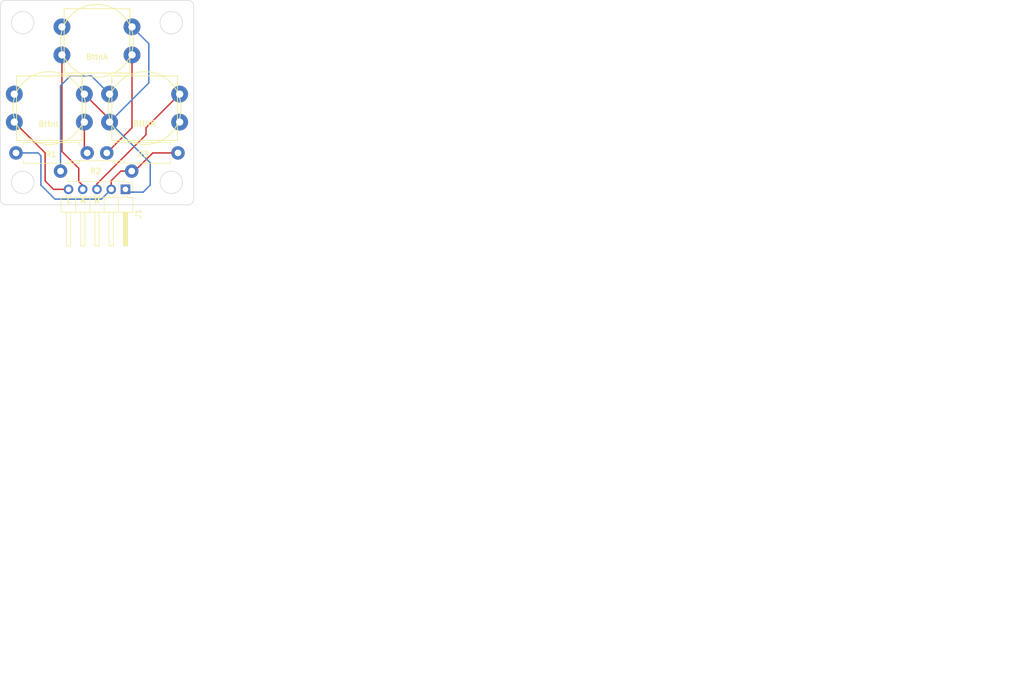
<source format=kicad_pcb>
(kicad_pcb (version 20171130) (host pcbnew "(5.0.1)-4")

  (general
    (thickness 1.6)
    (drawings 15)
    (tracks 44)
    (zones 0)
    (modules 8)
    (nets 9)
  )

  (page A4)
  (layers
    (0 F.Cu signal)
    (31 B.Cu signal)
    (32 B.Adhes user)
    (33 F.Adhes user)
    (34 B.Paste user)
    (35 F.Paste user)
    (36 B.SilkS user)
    (37 F.SilkS user)
    (38 B.Mask user)
    (39 F.Mask user)
    (40 Dwgs.User user)
    (41 Cmts.User user)
    (42 Eco1.User user)
    (43 Eco2.User user)
    (44 Edge.Cuts user)
    (45 Margin user)
    (46 B.CrtYd user)
    (47 F.CrtYd user)
    (48 B.Fab user)
    (49 F.Fab user)
  )

  (setup
    (last_trace_width 0.25)
    (trace_clearance 0.2)
    (zone_clearance 0.508)
    (zone_45_only no)
    (trace_min 0.2)
    (segment_width 0.2)
    (edge_width 0.1)
    (via_size 0.8)
    (via_drill 0.4)
    (via_min_size 0.4)
    (via_min_drill 0.3)
    (uvia_size 0.3)
    (uvia_drill 0.1)
    (uvias_allowed no)
    (uvia_min_size 0.2)
    (uvia_min_drill 0.1)
    (pcb_text_width 0.3)
    (pcb_text_size 1.5 1.5)
    (mod_edge_width 0.15)
    (mod_text_size 1 1)
    (mod_text_width 0.15)
    (pad_size 1.5 1.5)
    (pad_drill 0.6)
    (pad_to_mask_clearance 0)
    (solder_mask_min_width 0.25)
    (aux_axis_origin 0 0)
    (visible_elements 7FFFF7FF)
    (pcbplotparams
      (layerselection 0x010f0_ffffffff)
      (usegerberextensions true)
      (usegerberattributes false)
      (usegerberadvancedattributes false)
      (creategerberjobfile false)
      (excludeedgelayer true)
      (linewidth 0.100000)
      (plotframeref false)
      (viasonmask false)
      (mode 1)
      (useauxorigin false)
      (hpglpennumber 1)
      (hpglpenspeed 20)
      (hpglpendiameter 15.000000)
      (psnegative false)
      (psa4output false)
      (plotreference true)
      (plotvalue true)
      (plotinvisibletext false)
      (padsonsilk true)
      (subtractmaskfromsilk false)
      (outputformat 1)
      (mirror false)
      (drillshape 0)
      (scaleselection 1)
      (outputdirectory "gerbers/"))
  )

  (net 0 "")
  (net 1 Pwr_5v)
  (net 2 Ground)
  (net 3 S_OutA)
  (net 4 S_OutR)
  (net 5 S_OutL)
  (net 6 "Net-(R1-Pad1)")
  (net 7 "Net-(R2-Pad1)")
  (net 8 "Net-(R3-Pad1)")

  (net_class Default "This is the default net class."
    (clearance 0.2)
    (trace_width 0.25)
    (via_dia 0.8)
    (via_drill 0.4)
    (uvia_dia 0.3)
    (uvia_drill 0.1)
    (add_net Ground)
    (add_net "Net-(R1-Pad1)")
    (add_net "Net-(R2-Pad1)")
    (add_net "Net-(R3-Pad1)")
    (add_net Pwr_5v)
    (add_net S_OutA)
    (add_net S_OutL)
    (add_net S_OutR)
  )

  (module Button_Schwartz:Button (layer F.Cu) (tedit 5C364B22) (tstamp 5C34F7E1)
    (at 135.25 100.75 180)
    (path /5C34F309)
    (fp_text reference BttnL (at 0 -2.85 180) (layer F.SilkS)
      (effects (font (size 1 1) (thickness 0.15)))
    )
    (fp_text value BttnL (at 0 1.35 180) (layer F.Fab)
      (effects (font (size 1 1) (thickness 0.15)))
    )
    (fp_line (start -5.85 -5.75) (end 5.85 -5.75) (layer F.SilkS) (width 0.15))
    (fp_line (start 5.85 -5.75) (end 5.85 5.75) (layer F.SilkS) (width 0.15))
    (fp_line (start 5.85 5.75) (end -5.85 5.75) (layer F.SilkS) (width 0.15))
    (fp_line (start -5.85 5.75) (end -5.85 -5.75) (layer F.SilkS) (width 0.15))
    (fp_circle (center 0 0) (end 6.5 0) (layer F.SilkS) (width 0.15))
    (pad 1 thru_hole circle (at -6.25 -2.5 180) (size 3 3) (drill 1.3) (layers *.Cu *.Mask)
      (net 6 "Net-(R1-Pad1)"))
    (pad 2 thru_hole circle (at 6.25 -2.5 180) (size 3 3) (drill 1.3) (layers *.Cu *.Mask)
      (net 5 S_OutL))
    (pad 4 thru_hole circle (at 6.25 2.5 180) (size 3 3) (drill 1.3) (layers *.Cu *.Mask))
    (pad 3 thru_hole circle (at -6.25 2.5 180) (size 3 3) (drill 1.3) (layers *.Cu *.Mask)
      (net 1 Pwr_5v))
  )

  (module Resistors_ThroughHole:R_Axial_DIN0411_L9.9mm_D3.6mm_P12.70mm_Horizontal (layer F.Cu) (tedit 5874F706) (tstamp 5C364C81)
    (at 142 108.75 180)
    (descr "Resistor, Axial_DIN0411 series, Axial, Horizontal, pin pitch=12.7mm, 1W = 1/1W, length*diameter=9.9*3.6mm^2")
    (tags "Resistor Axial_DIN0411 series Axial Horizontal pin pitch 12.7mm 1W = 1/1W length 9.9mm diameter 3.6mm")
    (path /5C34F68B)
    (fp_text reference R1 (at 6.45 -0.25 180) (layer F.SilkS)
      (effects (font (size 1 1) (thickness 0.15)))
    )
    (fp_text value R (at 6.35 2.86 180) (layer F.Fab)
      (effects (font (size 1 1) (thickness 0.15)))
    )
    (fp_line (start 14.15 -2.15) (end -1.45 -2.15) (layer F.CrtYd) (width 0.05))
    (fp_line (start 14.15 2.15) (end 14.15 -2.15) (layer F.CrtYd) (width 0.05))
    (fp_line (start -1.45 2.15) (end 14.15 2.15) (layer F.CrtYd) (width 0.05))
    (fp_line (start -1.45 -2.15) (end -1.45 2.15) (layer F.CrtYd) (width 0.05))
    (fp_line (start 11.36 1.86) (end 11.36 1.38) (layer F.SilkS) (width 0.12))
    (fp_line (start 1.34 1.86) (end 11.36 1.86) (layer F.SilkS) (width 0.12))
    (fp_line (start 1.34 1.38) (end 1.34 1.86) (layer F.SilkS) (width 0.12))
    (fp_line (start 11.36 -1.86) (end 11.36 -1.38) (layer F.SilkS) (width 0.12))
    (fp_line (start 1.34 -1.86) (end 11.36 -1.86) (layer F.SilkS) (width 0.12))
    (fp_line (start 1.34 -1.38) (end 1.34 -1.86) (layer F.SilkS) (width 0.12))
    (fp_line (start 12.7 0) (end 11.3 0) (layer F.Fab) (width 0.1))
    (fp_line (start 0 0) (end 1.4 0) (layer F.Fab) (width 0.1))
    (fp_line (start 11.3 -1.8) (end 1.4 -1.8) (layer F.Fab) (width 0.1))
    (fp_line (start 11.3 1.8) (end 11.3 -1.8) (layer F.Fab) (width 0.1))
    (fp_line (start 1.4 1.8) (end 11.3 1.8) (layer F.Fab) (width 0.1))
    (fp_line (start 1.4 -1.8) (end 1.4 1.8) (layer F.Fab) (width 0.1))
    (pad 2 thru_hole oval (at 12.7 0 180) (size 2.4 2.4) (drill 1.2) (layers *.Cu *.Mask)
      (net 2 Ground))
    (pad 1 thru_hole circle (at 0 0 180) (size 2.4 2.4) (drill 1.2) (layers *.Cu *.Mask)
      (net 6 "Net-(R1-Pad1)"))
    (model ${KISYS3DMOD}/Resistors_THT.3dshapes/R_Axial_DIN0411_L9.9mm_D3.6mm_P12.70mm_Horizontal.wrl
      (at (xyz 0 0 0))
      (scale (xyz 0.393701 0.393701 0.393701))
      (rotate (xyz 0 0 0))
    )
  )

  (module "" (layer F.Cu) (tedit 0) (tstamp 0)
    (at 144 87.5)
    (fp_text reference "" (at 152.25 100.75) (layer F.SilkS)
      (effects (font (size 1.27 1.27) (thickness 0.15)))
    )
    (fp_text value "" (at 152.25 100.75) (layer F.SilkS)
      (effects (font (size 1.27 1.27) (thickness 0.15)))
    )
    (fp_text user BttnA (at 154.5 99.65) (layer F.Fab)
      (effects (font (size 1 1) (thickness 0.15)))
    )
    (fp_text user BttnR (at 163 114.35) (layer F.Fab)
      (effects (font (size 1 1) (thickness 0.15)))
    )
    (fp_text user BttnL (at 146 111.65) (layer F.Fab)
      (effects (font (size 1 1) (thickness 0.15)))
    )
  )

  (module Button_Schwartz:Button (layer F.Cu) (tedit 5C364B2A) (tstamp 5C34F9FC)
    (at 152.25 100.75)
    (path /5C34F3B3)
    (fp_text reference BttnR (at 0 2.75) (layer F.SilkS)
      (effects (font (size 1 1) (thickness 0.15)))
    )
    (fp_text value BttnR (at 0.25 -1.75) (layer F.Fab)
      (effects (font (size 1 1) (thickness 0.15)))
    )
    (fp_circle (center 0 0) (end 6.5 0) (layer F.SilkS) (width 0.15))
    (fp_line (start -5.85 5.75) (end -5.85 -5.75) (layer F.SilkS) (width 0.15))
    (fp_line (start 5.85 5.75) (end -5.85 5.75) (layer F.SilkS) (width 0.15))
    (fp_line (start 5.85 -5.75) (end 5.85 5.75) (layer F.SilkS) (width 0.15))
    (fp_line (start -5.85 -5.75) (end 5.85 -5.75) (layer F.SilkS) (width 0.15))
    (pad 3 thru_hole circle (at -6.25 2.5) (size 3 3) (drill 1.3) (layers *.Cu *.Mask)
      (net 1 Pwr_5v))
    (pad 4 thru_hole circle (at 6.25 2.5) (size 3 3) (drill 1.3) (layers *.Cu *.Mask))
    (pad 2 thru_hole circle (at 6.25 -2.5) (size 3 3) (drill 1.3) (layers *.Cu *.Mask)
      (net 4 S_OutR))
    (pad 1 thru_hole circle (at -6.25 -2.5) (size 3 3) (drill 1.3) (layers *.Cu *.Mask)
      (net 7 "Net-(R2-Pad1)"))
  )

  (module Resistors_ThroughHole:R_Axial_DIN0411_L9.9mm_D3.6mm_P12.70mm_Horizontal (layer F.Cu) (tedit 5874F706) (tstamp 5BEF09F6)
    (at 137.25 112)
    (descr "Resistor, Axial_DIN0411 series, Axial, Horizontal, pin pitch=12.7mm, 1W = 1/1W, length*diameter=9.9*3.6mm^2")
    (tags "Resistor Axial_DIN0411 series Axial Horizontal pin pitch 12.7mm 1W = 1/1W length 9.9mm diameter 3.6mm")
    (path /5C34F8EA)
    (fp_text reference R2 (at 6.25 0) (layer F.SilkS)
      (effects (font (size 1 1) (thickness 0.15)))
    )
    (fp_text value R (at 6.35 2.86) (layer F.Fab)
      (effects (font (size 1 1) (thickness 0.15)))
    )
    (fp_line (start 14.15 -2.15) (end -1.45 -2.15) (layer F.CrtYd) (width 0.05))
    (fp_line (start 14.15 2.15) (end 14.15 -2.15) (layer F.CrtYd) (width 0.05))
    (fp_line (start -1.45 2.15) (end 14.15 2.15) (layer F.CrtYd) (width 0.05))
    (fp_line (start -1.45 -2.15) (end -1.45 2.15) (layer F.CrtYd) (width 0.05))
    (fp_line (start 11.36 1.86) (end 11.36 1.38) (layer F.SilkS) (width 0.12))
    (fp_line (start 1.34 1.86) (end 11.36 1.86) (layer F.SilkS) (width 0.12))
    (fp_line (start 1.34 1.38) (end 1.34 1.86) (layer F.SilkS) (width 0.12))
    (fp_line (start 11.36 -1.86) (end 11.36 -1.38) (layer F.SilkS) (width 0.12))
    (fp_line (start 1.34 -1.86) (end 11.36 -1.86) (layer F.SilkS) (width 0.12))
    (fp_line (start 1.34 -1.38) (end 1.34 -1.86) (layer F.SilkS) (width 0.12))
    (fp_line (start 12.7 0) (end 11.3 0) (layer F.Fab) (width 0.1))
    (fp_line (start 0 0) (end 1.4 0) (layer F.Fab) (width 0.1))
    (fp_line (start 11.3 -1.8) (end 1.4 -1.8) (layer F.Fab) (width 0.1))
    (fp_line (start 11.3 1.8) (end 11.3 -1.8) (layer F.Fab) (width 0.1))
    (fp_line (start 1.4 1.8) (end 11.3 1.8) (layer F.Fab) (width 0.1))
    (fp_line (start 1.4 -1.8) (end 1.4 1.8) (layer F.Fab) (width 0.1))
    (pad 2 thru_hole oval (at 12.7 0) (size 2.4 2.4) (drill 1.2) (layers *.Cu *.Mask)
      (net 2 Ground))
    (pad 1 thru_hole circle (at 0 0) (size 2.4 2.4) (drill 1.2) (layers *.Cu *.Mask)
      (net 7 "Net-(R2-Pad1)"))
    (model ${KISYS3DMOD}/Resistors_THT.3dshapes/R_Axial_DIN0411_L9.9mm_D3.6mm_P12.70mm_Horizontal.wrl
      (at (xyz 0 0 0))
      (scale (xyz 0.393701 0.393701 0.393701))
      (rotate (xyz 0 0 0))
    )
  )

  (module Pin_Headers:Pin_Header_Angled_1x05_Pitch2.54mm (layer F.Cu) (tedit 59650532) (tstamp 5C35040F)
    (at 148.83 115.25 270)
    (descr "Through hole angled pin header, 1x05, 2.54mm pitch, 6mm pin length, single row")
    (tags "Through hole angled pin header THT 1x05 2.54mm single row")
    (path /5C35002D)
    (fp_text reference J1 (at 4.385 -2.27 270) (layer F.SilkS)
      (effects (font (size 1 1) (thickness 0.15)))
    )
    (fp_text value Conn_01x05_Male (at 4.385 12.43 270) (layer F.Fab)
      (effects (font (size 1 1) (thickness 0.15)))
    )
    (fp_text user %R (at 2.77 5.08) (layer F.Fab)
      (effects (font (size 1 1) (thickness 0.15)))
    )
    (fp_line (start 10.55 -1.8) (end -1.8 -1.8) (layer F.CrtYd) (width 0.05))
    (fp_line (start 10.55 11.95) (end 10.55 -1.8) (layer F.CrtYd) (width 0.05))
    (fp_line (start -1.8 11.95) (end 10.55 11.95) (layer F.CrtYd) (width 0.05))
    (fp_line (start -1.8 -1.8) (end -1.8 11.95) (layer F.CrtYd) (width 0.05))
    (fp_line (start -1.27 -1.27) (end 0 -1.27) (layer F.SilkS) (width 0.12))
    (fp_line (start -1.27 0) (end -1.27 -1.27) (layer F.SilkS) (width 0.12))
    (fp_line (start 1.042929 10.54) (end 1.44 10.54) (layer F.SilkS) (width 0.12))
    (fp_line (start 1.042929 9.78) (end 1.44 9.78) (layer F.SilkS) (width 0.12))
    (fp_line (start 10.1 10.54) (end 4.1 10.54) (layer F.SilkS) (width 0.12))
    (fp_line (start 10.1 9.78) (end 10.1 10.54) (layer F.SilkS) (width 0.12))
    (fp_line (start 4.1 9.78) (end 10.1 9.78) (layer F.SilkS) (width 0.12))
    (fp_line (start 1.44 8.89) (end 4.1 8.89) (layer F.SilkS) (width 0.12))
    (fp_line (start 1.042929 8) (end 1.44 8) (layer F.SilkS) (width 0.12))
    (fp_line (start 1.042929 7.24) (end 1.44 7.24) (layer F.SilkS) (width 0.12))
    (fp_line (start 10.1 8) (end 4.1 8) (layer F.SilkS) (width 0.12))
    (fp_line (start 10.1 7.24) (end 10.1 8) (layer F.SilkS) (width 0.12))
    (fp_line (start 4.1 7.24) (end 10.1 7.24) (layer F.SilkS) (width 0.12))
    (fp_line (start 1.44 6.35) (end 4.1 6.35) (layer F.SilkS) (width 0.12))
    (fp_line (start 1.042929 5.46) (end 1.44 5.46) (layer F.SilkS) (width 0.12))
    (fp_line (start 1.042929 4.7) (end 1.44 4.7) (layer F.SilkS) (width 0.12))
    (fp_line (start 10.1 5.46) (end 4.1 5.46) (layer F.SilkS) (width 0.12))
    (fp_line (start 10.1 4.7) (end 10.1 5.46) (layer F.SilkS) (width 0.12))
    (fp_line (start 4.1 4.7) (end 10.1 4.7) (layer F.SilkS) (width 0.12))
    (fp_line (start 1.44 3.81) (end 4.1 3.81) (layer F.SilkS) (width 0.12))
    (fp_line (start 1.042929 2.92) (end 1.44 2.92) (layer F.SilkS) (width 0.12))
    (fp_line (start 1.042929 2.16) (end 1.44 2.16) (layer F.SilkS) (width 0.12))
    (fp_line (start 10.1 2.92) (end 4.1 2.92) (layer F.SilkS) (width 0.12))
    (fp_line (start 10.1 2.16) (end 10.1 2.92) (layer F.SilkS) (width 0.12))
    (fp_line (start 4.1 2.16) (end 10.1 2.16) (layer F.SilkS) (width 0.12))
    (fp_line (start 1.44 1.27) (end 4.1 1.27) (layer F.SilkS) (width 0.12))
    (fp_line (start 1.11 0.38) (end 1.44 0.38) (layer F.SilkS) (width 0.12))
    (fp_line (start 1.11 -0.38) (end 1.44 -0.38) (layer F.SilkS) (width 0.12))
    (fp_line (start 4.1 0.28) (end 10.1 0.28) (layer F.SilkS) (width 0.12))
    (fp_line (start 4.1 0.16) (end 10.1 0.16) (layer F.SilkS) (width 0.12))
    (fp_line (start 4.1 0.04) (end 10.1 0.04) (layer F.SilkS) (width 0.12))
    (fp_line (start 4.1 -0.08) (end 10.1 -0.08) (layer F.SilkS) (width 0.12))
    (fp_line (start 4.1 -0.2) (end 10.1 -0.2) (layer F.SilkS) (width 0.12))
    (fp_line (start 4.1 -0.32) (end 10.1 -0.32) (layer F.SilkS) (width 0.12))
    (fp_line (start 10.1 0.38) (end 4.1 0.38) (layer F.SilkS) (width 0.12))
    (fp_line (start 10.1 -0.38) (end 10.1 0.38) (layer F.SilkS) (width 0.12))
    (fp_line (start 4.1 -0.38) (end 10.1 -0.38) (layer F.SilkS) (width 0.12))
    (fp_line (start 4.1 -1.33) (end 1.44 -1.33) (layer F.SilkS) (width 0.12))
    (fp_line (start 4.1 11.49) (end 4.1 -1.33) (layer F.SilkS) (width 0.12))
    (fp_line (start 1.44 11.49) (end 4.1 11.49) (layer F.SilkS) (width 0.12))
    (fp_line (start 1.44 -1.33) (end 1.44 11.49) (layer F.SilkS) (width 0.12))
    (fp_line (start 4.04 10.48) (end 10.04 10.48) (layer F.Fab) (width 0.1))
    (fp_line (start 10.04 9.84) (end 10.04 10.48) (layer F.Fab) (width 0.1))
    (fp_line (start 4.04 9.84) (end 10.04 9.84) (layer F.Fab) (width 0.1))
    (fp_line (start -0.32 10.48) (end 1.5 10.48) (layer F.Fab) (width 0.1))
    (fp_line (start -0.32 9.84) (end -0.32 10.48) (layer F.Fab) (width 0.1))
    (fp_line (start -0.32 9.84) (end 1.5 9.84) (layer F.Fab) (width 0.1))
    (fp_line (start 4.04 7.94) (end 10.04 7.94) (layer F.Fab) (width 0.1))
    (fp_line (start 10.04 7.3) (end 10.04 7.94) (layer F.Fab) (width 0.1))
    (fp_line (start 4.04 7.3) (end 10.04 7.3) (layer F.Fab) (width 0.1))
    (fp_line (start -0.32 7.94) (end 1.5 7.94) (layer F.Fab) (width 0.1))
    (fp_line (start -0.32 7.3) (end -0.32 7.94) (layer F.Fab) (width 0.1))
    (fp_line (start -0.32 7.3) (end 1.5 7.3) (layer F.Fab) (width 0.1))
    (fp_line (start 4.04 5.4) (end 10.04 5.4) (layer F.Fab) (width 0.1))
    (fp_line (start 10.04 4.76) (end 10.04 5.4) (layer F.Fab) (width 0.1))
    (fp_line (start 4.04 4.76) (end 10.04 4.76) (layer F.Fab) (width 0.1))
    (fp_line (start -0.32 5.4) (end 1.5 5.4) (layer F.Fab) (width 0.1))
    (fp_line (start -0.32 4.76) (end -0.32 5.4) (layer F.Fab) (width 0.1))
    (fp_line (start -0.32 4.76) (end 1.5 4.76) (layer F.Fab) (width 0.1))
    (fp_line (start 4.04 2.86) (end 10.04 2.86) (layer F.Fab) (width 0.1))
    (fp_line (start 10.04 2.22) (end 10.04 2.86) (layer F.Fab) (width 0.1))
    (fp_line (start 4.04 2.22) (end 10.04 2.22) (layer F.Fab) (width 0.1))
    (fp_line (start -0.32 2.86) (end 1.5 2.86) (layer F.Fab) (width 0.1))
    (fp_line (start -0.32 2.22) (end -0.32 2.86) (layer F.Fab) (width 0.1))
    (fp_line (start -0.32 2.22) (end 1.5 2.22) (layer F.Fab) (width 0.1))
    (fp_line (start 4.04 0.32) (end 10.04 0.32) (layer F.Fab) (width 0.1))
    (fp_line (start 10.04 -0.32) (end 10.04 0.32) (layer F.Fab) (width 0.1))
    (fp_line (start 4.04 -0.32) (end 10.04 -0.32) (layer F.Fab) (width 0.1))
    (fp_line (start -0.32 0.32) (end 1.5 0.32) (layer F.Fab) (width 0.1))
    (fp_line (start -0.32 -0.32) (end -0.32 0.32) (layer F.Fab) (width 0.1))
    (fp_line (start -0.32 -0.32) (end 1.5 -0.32) (layer F.Fab) (width 0.1))
    (fp_line (start 1.5 -0.635) (end 2.135 -1.27) (layer F.Fab) (width 0.1))
    (fp_line (start 1.5 11.43) (end 1.5 -0.635) (layer F.Fab) (width 0.1))
    (fp_line (start 4.04 11.43) (end 1.5 11.43) (layer F.Fab) (width 0.1))
    (fp_line (start 4.04 -1.27) (end 4.04 11.43) (layer F.Fab) (width 0.1))
    (fp_line (start 2.135 -1.27) (end 4.04 -1.27) (layer F.Fab) (width 0.1))
    (pad 5 thru_hole oval (at 0 10.16 270) (size 1.7 1.7) (drill 1) (layers *.Cu *.Mask)
      (net 5 S_OutL))
    (pad 4 thru_hole oval (at 0 7.62 270) (size 1.7 1.7) (drill 1) (layers *.Cu *.Mask)
      (net 3 S_OutA))
    (pad 3 thru_hole oval (at 0 5.08 270) (size 1.7 1.7) (drill 1) (layers *.Cu *.Mask)
      (net 4 S_OutR))
    (pad 2 thru_hole oval (at 0 2.54 270) (size 1.7 1.7) (drill 1) (layers *.Cu *.Mask)
      (net 2 Ground))
    (pad 1 thru_hole rect (at 0 0 270) (size 1.7 1.7) (drill 1) (layers *.Cu *.Mask)
      (net 1 Pwr_5v))
    (model ${KISYS3DMOD}/Pin_Headers.3dshapes/Pin_Header_Angled_1x05_Pitch2.54mm.wrl
      (at (xyz 0 0 0))
      (scale (xyz 1 1 1))
      (rotate (xyz 0 0 0))
    )
  )

  (module Resistors_ThroughHole:R_Axial_DIN0411_L9.9mm_D3.6mm_P12.70mm_Horizontal (layer F.Cu) (tedit 5874F706) (tstamp 5C350572)
    (at 145.5 108.75)
    (descr "Resistor, Axial_DIN0411 series, Axial, Horizontal, pin pitch=12.7mm, 1W = 1/1W, length*diameter=9.9*3.6mm^2")
    (tags "Resistor Axial_DIN0411 series Axial Horizontal pin pitch 12.7mm 1W = 1/1W length 9.9mm diameter 3.6mm")
    (path /5C34FE0C)
    (fp_text reference R3 (at 6.5 0.25) (layer F.SilkS)
      (effects (font (size 1 1) (thickness 0.15)))
    )
    (fp_text value R (at 6.35 2.86) (layer F.Fab)
      (effects (font (size 1 1) (thickness 0.15)))
    )
    (fp_line (start 1.4 -1.8) (end 1.4 1.8) (layer F.Fab) (width 0.1))
    (fp_line (start 1.4 1.8) (end 11.3 1.8) (layer F.Fab) (width 0.1))
    (fp_line (start 11.3 1.8) (end 11.3 -1.8) (layer F.Fab) (width 0.1))
    (fp_line (start 11.3 -1.8) (end 1.4 -1.8) (layer F.Fab) (width 0.1))
    (fp_line (start 0 0) (end 1.4 0) (layer F.Fab) (width 0.1))
    (fp_line (start 12.7 0) (end 11.3 0) (layer F.Fab) (width 0.1))
    (fp_line (start 1.34 -1.38) (end 1.34 -1.86) (layer F.SilkS) (width 0.12))
    (fp_line (start 1.34 -1.86) (end 11.36 -1.86) (layer F.SilkS) (width 0.12))
    (fp_line (start 11.36 -1.86) (end 11.36 -1.38) (layer F.SilkS) (width 0.12))
    (fp_line (start 1.34 1.38) (end 1.34 1.86) (layer F.SilkS) (width 0.12))
    (fp_line (start 1.34 1.86) (end 11.36 1.86) (layer F.SilkS) (width 0.12))
    (fp_line (start 11.36 1.86) (end 11.36 1.38) (layer F.SilkS) (width 0.12))
    (fp_line (start -1.45 -2.15) (end -1.45 2.15) (layer F.CrtYd) (width 0.05))
    (fp_line (start -1.45 2.15) (end 14.15 2.15) (layer F.CrtYd) (width 0.05))
    (fp_line (start 14.15 2.15) (end 14.15 -2.15) (layer F.CrtYd) (width 0.05))
    (fp_line (start 14.15 -2.15) (end -1.45 -2.15) (layer F.CrtYd) (width 0.05))
    (pad 1 thru_hole circle (at 0 0) (size 2.4 2.4) (drill 1.2) (layers *.Cu *.Mask)
      (net 8 "Net-(R3-Pad1)"))
    (pad 2 thru_hole oval (at 12.7 0) (size 2.4 2.4) (drill 1.2) (layers *.Cu *.Mask)
      (net 2 Ground))
    (model ${KISYS3DMOD}/Resistors_THT.3dshapes/R_Axial_DIN0411_L9.9mm_D3.6mm_P12.70mm_Horizontal.wrl
      (at (xyz 0 0 0))
      (scale (xyz 0.393701 0.393701 0.393701))
      (rotate (xyz 0 0 0))
    )
  )

  (module Button_Schwartz:Button (layer F.Cu) (tedit 5C364B33) (tstamp 5C3505E8)
    (at 143.75 88.75 180)
    (path /5C34F49F)
    (fp_text reference BttnA (at 0 -2.85 180) (layer F.SilkS)
      (effects (font (size 1 1) (thickness 0.15)))
    )
    (fp_text value BttnA (at 0 1.35 180) (layer F.Fab)
      (effects (font (size 1 1) (thickness 0.15)))
    )
    (fp_line (start -5.85 -5.75) (end 5.85 -5.75) (layer F.SilkS) (width 0.15))
    (fp_line (start 5.85 -5.75) (end 5.85 5.75) (layer F.SilkS) (width 0.15))
    (fp_line (start 5.85 5.75) (end -5.85 5.75) (layer F.SilkS) (width 0.15))
    (fp_line (start -5.85 5.75) (end -5.85 -5.75) (layer F.SilkS) (width 0.15))
    (fp_circle (center 0 0) (end 6.5 0) (layer F.SilkS) (width 0.15))
    (pad 1 thru_hole circle (at -6.25 -2.5 180) (size 3 3) (drill 1.3) (layers *.Cu *.Mask)
      (net 8 "Net-(R3-Pad1)"))
    (pad 2 thru_hole circle (at 6.25 -2.5 180) (size 3 3) (drill 1.3) (layers *.Cu *.Mask)
      (net 3 S_OutA))
    (pad 4 thru_hole circle (at 6.25 2.5 180) (size 3 3) (drill 1.3) (layers *.Cu *.Mask))
    (pad 3 thru_hole circle (at -6.25 2.5 180) (size 3 3) (drill 1.3) (layers *.Cu *.Mask)
      (net 1 Pwr_5v))
  )

  (gr_text R (at 143.75 117.25) (layer F.SilkS)
    (effects (font (size 1 1) (thickness 0.2)))
  )
  (gr_text A (at 141.25 117.25) (layer F.SilkS)
    (effects (font (size 1 1) (thickness 0.2)))
  )
  (gr_text L (at 138.75 117.25) (layer F.SilkS)
    (effects (font (size 1 1) (thickness 0.2)))
  )
  (gr_circle (center 130.5 85.5) (end 130.5 83.5) (layer Edge.Cuts) (width 0.1) (tstamp 5C350A51))
  (gr_circle (center 157 85.5) (end 157 83.5) (layer Edge.Cuts) (width 0.1))
  (gr_circle (center 157 114) (end 157 112) (layer Edge.Cuts) (width 0.1))
  (gr_circle (center 130.5 114) (end 130.5 112) (layer Edge.Cuts) (width 0.1))
  (gr_line (start 126.5 117) (end 126.5 82.5) (layer Edge.Cuts) (width 0.1))
  (gr_line (start 160 118) (end 127.5 118) (layer Edge.Cuts) (width 0.1))
  (gr_line (start 161 82.5) (end 161 117) (layer Edge.Cuts) (width 0.1))
  (gr_line (start 127.5 81.5) (end 160 81.5) (layer Edge.Cuts) (width 0.1))
  (gr_arc (start 127.5 82.5) (end 127.5 81.5) (angle -90) (layer Edge.Cuts) (width 0.1))
  (gr_arc (start 127.5 117) (end 126.5 117) (angle -90) (layer Edge.Cuts) (width 0.1))
  (gr_arc (start 160 117) (end 160 118) (angle -90) (layer Edge.Cuts) (width 0.1))
  (gr_arc (start 160 82.5) (end 161 82.5) (angle -90) (layer Edge.Cuts) (width 0.1))

  (segment (start 148.83 115.75) (end 149.93 115.75) (width 0.25) (layer B.Cu) (net 1))
  (segment (start 149.93 115.75) (end 150.25 115.75) (width 0.25) (layer B.Cu) (net 1))
  (segment (start 153.25 110.5) (end 146 103.25) (width 0.25) (layer B.Cu) (net 1))
  (segment (start 153.25 114.5) (end 153.25 110.5) (width 0.25) (layer B.Cu) (net 1))
  (segment (start 148.83 115.75) (end 152 115.75) (width 0.25) (layer B.Cu) (net 1))
  (segment (start 152 115.75) (end 153.25 114.5) (width 0.25) (layer B.Cu) (net 1))
  (segment (start 151.499999 87.749999) (end 150 86.25) (width 0.25) (layer B.Cu) (net 1))
  (segment (start 153 89.25) (end 151.499999 87.749999) (width 0.25) (layer B.Cu) (net 1))
  (segment (start 153 96.25) (end 153 89.25) (width 0.25) (layer B.Cu) (net 1))
  (segment (start 146 103.25) (end 153 96.25) (width 0.25) (layer B.Cu) (net 1))
  (segment (start 146 102.75) (end 146 103.25) (width 0.25) (layer F.Cu) (net 1))
  (segment (start 141.5 98.25) (end 146 102.75) (width 0.25) (layer F.Cu) (net 1))
  (segment (start 153.7 108.75) (end 158.2 108.75) (width 0.25) (layer F.Cu) (net 2))
  (segment (start 149.95 112.5) (end 153.7 108.75) (width 0.25) (layer F.Cu) (net 2))
  (segment (start 148 112) (end 149.95 112) (width 0.25) (layer F.Cu) (net 2))
  (segment (start 146.29 115.25) (end 146.29 113.71) (width 0.25) (layer F.Cu) (net 2))
  (segment (start 146.29 113.71) (end 148 112) (width 0.25) (layer F.Cu) (net 2))
  (segment (start 144.54 117) (end 146.29 115.25) (width 0.25) (layer B.Cu) (net 2))
  (segment (start 136.25 117) (end 144.54 117) (width 0.25) (layer B.Cu) (net 2))
  (segment (start 133.75 114.5) (end 136.25 117) (width 0.25) (layer B.Cu) (net 2))
  (segment (start 133.75 109.25) (end 133.75 114.5) (width 0.25) (layer B.Cu) (net 2))
  (segment (start 129.3 108.75) (end 133.25 108.75) (width 0.25) (layer B.Cu) (net 2))
  (segment (start 133.25 108.75) (end 133.75 109.25) (width 0.25) (layer B.Cu) (net 2))
  (segment (start 141.21 114.547919) (end 140.5 113.837919) (width 0.25) (layer F.Cu) (net 3))
  (segment (start 141.21 115.75) (end 141.21 114.547919) (width 0.25) (layer F.Cu) (net 3))
  (segment (start 140.5 113.837919) (end 140.5 111.5) (width 0.25) (layer F.Cu) (net 3))
  (segment (start 137.5 108.5) (end 137.5 91.25) (width 0.25) (layer F.Cu) (net 3))
  (segment (start 140.5 111.5) (end 137.5 108.5) (width 0.25) (layer F.Cu) (net 3))
  (segment (start 143.75 115.75) (end 143.75 114.25) (width 0.25) (layer F.Cu) (net 4))
  (segment (start 143.75 114.25) (end 152.5 105.5) (width 0.25) (layer F.Cu) (net 4))
  (segment (start 152.5 104.25) (end 158.5 98.25) (width 0.25) (layer F.Cu) (net 4))
  (segment (start 152.5 105.5) (end 152.5 104.25) (width 0.25) (layer F.Cu) (net 4))
  (segment (start 129 103.25) (end 134.5 108.75) (width 0.25) (layer F.Cu) (net 5))
  (segment (start 134.5 108.75) (end 134.5 113.75) (width 0.25) (layer F.Cu) (net 5))
  (segment (start 136 115.25) (end 138.67 115.25) (width 0.25) (layer F.Cu) (net 5))
  (segment (start 134.5 113.75) (end 136 115.25) (width 0.25) (layer F.Cu) (net 5))
  (segment (start 141.5 108.25) (end 142 108.75) (width 0.25) (layer F.Cu) (net 6))
  (segment (start 141.5 103.25) (end 141.5 108.25) (width 0.25) (layer F.Cu) (net 6))
  (segment (start 137.25 96.75) (end 137.25 112.5) (width 0.25) (layer B.Cu) (net 7))
  (segment (start 139 95) (end 137.25 96.75) (width 0.25) (layer B.Cu) (net 7))
  (segment (start 146 98.25) (end 142.75 95) (width 0.25) (layer B.Cu) (net 7))
  (segment (start 142.75 95) (end 139 95) (width 0.25) (layer B.Cu) (net 7))
  (segment (start 150 104.25) (end 150 91.25) (width 0.25) (layer F.Cu) (net 8))
  (segment (start 145.5 108.75) (end 150 104.25) (width 0.25) (layer F.Cu) (net 8))

)

</source>
